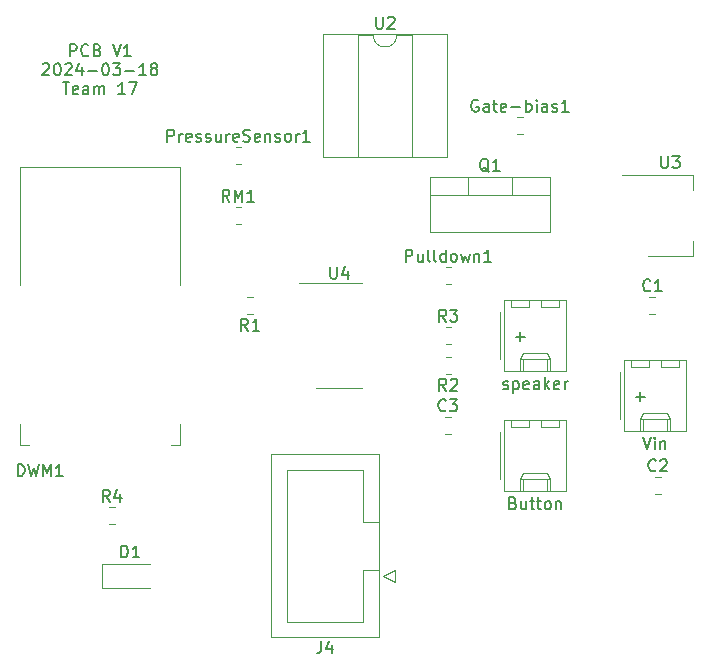
<source format=gto>
G04 #@! TF.GenerationSoftware,KiCad,Pcbnew,7.0.10*
G04 #@! TF.CreationDate,2024-03-19T19:49:00-05:00*
G04 #@! TF.ProjectId,key,6b65792e-6b69-4636-9164-5f7063625858,rev?*
G04 #@! TF.SameCoordinates,Original*
G04 #@! TF.FileFunction,Legend,Top*
G04 #@! TF.FilePolarity,Positive*
%FSLAX46Y46*%
G04 Gerber Fmt 4.6, Leading zero omitted, Abs format (unit mm)*
G04 Created by KiCad (PCBNEW 7.0.10) date 2024-03-19 19:49:00*
%MOMM*%
%LPD*%
G01*
G04 APERTURE LIST*
%ADD10C,0.150000*%
%ADD11C,0.120000*%
G04 APERTURE END LIST*
D10*
X106672381Y-44909819D02*
X106672381Y-43909819D01*
X106672381Y-43909819D02*
X107053333Y-43909819D01*
X107053333Y-43909819D02*
X107148571Y-43957438D01*
X107148571Y-43957438D02*
X107196190Y-44005057D01*
X107196190Y-44005057D02*
X107243809Y-44100295D01*
X107243809Y-44100295D02*
X107243809Y-44243152D01*
X107243809Y-44243152D02*
X107196190Y-44338390D01*
X107196190Y-44338390D02*
X107148571Y-44386009D01*
X107148571Y-44386009D02*
X107053333Y-44433628D01*
X107053333Y-44433628D02*
X106672381Y-44433628D01*
X108243809Y-44814580D02*
X108196190Y-44862200D01*
X108196190Y-44862200D02*
X108053333Y-44909819D01*
X108053333Y-44909819D02*
X107958095Y-44909819D01*
X107958095Y-44909819D02*
X107815238Y-44862200D01*
X107815238Y-44862200D02*
X107720000Y-44766961D01*
X107720000Y-44766961D02*
X107672381Y-44671723D01*
X107672381Y-44671723D02*
X107624762Y-44481247D01*
X107624762Y-44481247D02*
X107624762Y-44338390D01*
X107624762Y-44338390D02*
X107672381Y-44147914D01*
X107672381Y-44147914D02*
X107720000Y-44052676D01*
X107720000Y-44052676D02*
X107815238Y-43957438D01*
X107815238Y-43957438D02*
X107958095Y-43909819D01*
X107958095Y-43909819D02*
X108053333Y-43909819D01*
X108053333Y-43909819D02*
X108196190Y-43957438D01*
X108196190Y-43957438D02*
X108243809Y-44005057D01*
X109005714Y-44386009D02*
X109148571Y-44433628D01*
X109148571Y-44433628D02*
X109196190Y-44481247D01*
X109196190Y-44481247D02*
X109243809Y-44576485D01*
X109243809Y-44576485D02*
X109243809Y-44719342D01*
X109243809Y-44719342D02*
X109196190Y-44814580D01*
X109196190Y-44814580D02*
X109148571Y-44862200D01*
X109148571Y-44862200D02*
X109053333Y-44909819D01*
X109053333Y-44909819D02*
X108672381Y-44909819D01*
X108672381Y-44909819D02*
X108672381Y-43909819D01*
X108672381Y-43909819D02*
X109005714Y-43909819D01*
X109005714Y-43909819D02*
X109100952Y-43957438D01*
X109100952Y-43957438D02*
X109148571Y-44005057D01*
X109148571Y-44005057D02*
X109196190Y-44100295D01*
X109196190Y-44100295D02*
X109196190Y-44195533D01*
X109196190Y-44195533D02*
X109148571Y-44290771D01*
X109148571Y-44290771D02*
X109100952Y-44338390D01*
X109100952Y-44338390D02*
X109005714Y-44386009D01*
X109005714Y-44386009D02*
X108672381Y-44386009D01*
X110291429Y-43909819D02*
X110624762Y-44909819D01*
X110624762Y-44909819D02*
X110958095Y-43909819D01*
X111815238Y-44909819D02*
X111243810Y-44909819D01*
X111529524Y-44909819D02*
X111529524Y-43909819D01*
X111529524Y-43909819D02*
X111434286Y-44052676D01*
X111434286Y-44052676D02*
X111339048Y-44147914D01*
X111339048Y-44147914D02*
X111243810Y-44195533D01*
X104362857Y-45615057D02*
X104410476Y-45567438D01*
X104410476Y-45567438D02*
X104505714Y-45519819D01*
X104505714Y-45519819D02*
X104743809Y-45519819D01*
X104743809Y-45519819D02*
X104839047Y-45567438D01*
X104839047Y-45567438D02*
X104886666Y-45615057D01*
X104886666Y-45615057D02*
X104934285Y-45710295D01*
X104934285Y-45710295D02*
X104934285Y-45805533D01*
X104934285Y-45805533D02*
X104886666Y-45948390D01*
X104886666Y-45948390D02*
X104315238Y-46519819D01*
X104315238Y-46519819D02*
X104934285Y-46519819D01*
X105553333Y-45519819D02*
X105648571Y-45519819D01*
X105648571Y-45519819D02*
X105743809Y-45567438D01*
X105743809Y-45567438D02*
X105791428Y-45615057D01*
X105791428Y-45615057D02*
X105839047Y-45710295D01*
X105839047Y-45710295D02*
X105886666Y-45900771D01*
X105886666Y-45900771D02*
X105886666Y-46138866D01*
X105886666Y-46138866D02*
X105839047Y-46329342D01*
X105839047Y-46329342D02*
X105791428Y-46424580D01*
X105791428Y-46424580D02*
X105743809Y-46472200D01*
X105743809Y-46472200D02*
X105648571Y-46519819D01*
X105648571Y-46519819D02*
X105553333Y-46519819D01*
X105553333Y-46519819D02*
X105458095Y-46472200D01*
X105458095Y-46472200D02*
X105410476Y-46424580D01*
X105410476Y-46424580D02*
X105362857Y-46329342D01*
X105362857Y-46329342D02*
X105315238Y-46138866D01*
X105315238Y-46138866D02*
X105315238Y-45900771D01*
X105315238Y-45900771D02*
X105362857Y-45710295D01*
X105362857Y-45710295D02*
X105410476Y-45615057D01*
X105410476Y-45615057D02*
X105458095Y-45567438D01*
X105458095Y-45567438D02*
X105553333Y-45519819D01*
X106267619Y-45615057D02*
X106315238Y-45567438D01*
X106315238Y-45567438D02*
X106410476Y-45519819D01*
X106410476Y-45519819D02*
X106648571Y-45519819D01*
X106648571Y-45519819D02*
X106743809Y-45567438D01*
X106743809Y-45567438D02*
X106791428Y-45615057D01*
X106791428Y-45615057D02*
X106839047Y-45710295D01*
X106839047Y-45710295D02*
X106839047Y-45805533D01*
X106839047Y-45805533D02*
X106791428Y-45948390D01*
X106791428Y-45948390D02*
X106220000Y-46519819D01*
X106220000Y-46519819D02*
X106839047Y-46519819D01*
X107696190Y-45853152D02*
X107696190Y-46519819D01*
X107458095Y-45472200D02*
X107220000Y-46186485D01*
X107220000Y-46186485D02*
X107839047Y-46186485D01*
X108220000Y-46138866D02*
X108981905Y-46138866D01*
X109648571Y-45519819D02*
X109743809Y-45519819D01*
X109743809Y-45519819D02*
X109839047Y-45567438D01*
X109839047Y-45567438D02*
X109886666Y-45615057D01*
X109886666Y-45615057D02*
X109934285Y-45710295D01*
X109934285Y-45710295D02*
X109981904Y-45900771D01*
X109981904Y-45900771D02*
X109981904Y-46138866D01*
X109981904Y-46138866D02*
X109934285Y-46329342D01*
X109934285Y-46329342D02*
X109886666Y-46424580D01*
X109886666Y-46424580D02*
X109839047Y-46472200D01*
X109839047Y-46472200D02*
X109743809Y-46519819D01*
X109743809Y-46519819D02*
X109648571Y-46519819D01*
X109648571Y-46519819D02*
X109553333Y-46472200D01*
X109553333Y-46472200D02*
X109505714Y-46424580D01*
X109505714Y-46424580D02*
X109458095Y-46329342D01*
X109458095Y-46329342D02*
X109410476Y-46138866D01*
X109410476Y-46138866D02*
X109410476Y-45900771D01*
X109410476Y-45900771D02*
X109458095Y-45710295D01*
X109458095Y-45710295D02*
X109505714Y-45615057D01*
X109505714Y-45615057D02*
X109553333Y-45567438D01*
X109553333Y-45567438D02*
X109648571Y-45519819D01*
X110315238Y-45519819D02*
X110934285Y-45519819D01*
X110934285Y-45519819D02*
X110600952Y-45900771D01*
X110600952Y-45900771D02*
X110743809Y-45900771D01*
X110743809Y-45900771D02*
X110839047Y-45948390D01*
X110839047Y-45948390D02*
X110886666Y-45996009D01*
X110886666Y-45996009D02*
X110934285Y-46091247D01*
X110934285Y-46091247D02*
X110934285Y-46329342D01*
X110934285Y-46329342D02*
X110886666Y-46424580D01*
X110886666Y-46424580D02*
X110839047Y-46472200D01*
X110839047Y-46472200D02*
X110743809Y-46519819D01*
X110743809Y-46519819D02*
X110458095Y-46519819D01*
X110458095Y-46519819D02*
X110362857Y-46472200D01*
X110362857Y-46472200D02*
X110315238Y-46424580D01*
X111362857Y-46138866D02*
X112124762Y-46138866D01*
X113124761Y-46519819D02*
X112553333Y-46519819D01*
X112839047Y-46519819D02*
X112839047Y-45519819D01*
X112839047Y-45519819D02*
X112743809Y-45662676D01*
X112743809Y-45662676D02*
X112648571Y-45757914D01*
X112648571Y-45757914D02*
X112553333Y-45805533D01*
X113696190Y-45948390D02*
X113600952Y-45900771D01*
X113600952Y-45900771D02*
X113553333Y-45853152D01*
X113553333Y-45853152D02*
X113505714Y-45757914D01*
X113505714Y-45757914D02*
X113505714Y-45710295D01*
X113505714Y-45710295D02*
X113553333Y-45615057D01*
X113553333Y-45615057D02*
X113600952Y-45567438D01*
X113600952Y-45567438D02*
X113696190Y-45519819D01*
X113696190Y-45519819D02*
X113886666Y-45519819D01*
X113886666Y-45519819D02*
X113981904Y-45567438D01*
X113981904Y-45567438D02*
X114029523Y-45615057D01*
X114029523Y-45615057D02*
X114077142Y-45710295D01*
X114077142Y-45710295D02*
X114077142Y-45757914D01*
X114077142Y-45757914D02*
X114029523Y-45853152D01*
X114029523Y-45853152D02*
X113981904Y-45900771D01*
X113981904Y-45900771D02*
X113886666Y-45948390D01*
X113886666Y-45948390D02*
X113696190Y-45948390D01*
X113696190Y-45948390D02*
X113600952Y-45996009D01*
X113600952Y-45996009D02*
X113553333Y-46043628D01*
X113553333Y-46043628D02*
X113505714Y-46138866D01*
X113505714Y-46138866D02*
X113505714Y-46329342D01*
X113505714Y-46329342D02*
X113553333Y-46424580D01*
X113553333Y-46424580D02*
X113600952Y-46472200D01*
X113600952Y-46472200D02*
X113696190Y-46519819D01*
X113696190Y-46519819D02*
X113886666Y-46519819D01*
X113886666Y-46519819D02*
X113981904Y-46472200D01*
X113981904Y-46472200D02*
X114029523Y-46424580D01*
X114029523Y-46424580D02*
X114077142Y-46329342D01*
X114077142Y-46329342D02*
X114077142Y-46138866D01*
X114077142Y-46138866D02*
X114029523Y-46043628D01*
X114029523Y-46043628D02*
X113981904Y-45996009D01*
X113981904Y-45996009D02*
X113886666Y-45948390D01*
X106053333Y-47129819D02*
X106624761Y-47129819D01*
X106339047Y-48129819D02*
X106339047Y-47129819D01*
X107339047Y-48082200D02*
X107243809Y-48129819D01*
X107243809Y-48129819D02*
X107053333Y-48129819D01*
X107053333Y-48129819D02*
X106958095Y-48082200D01*
X106958095Y-48082200D02*
X106910476Y-47986961D01*
X106910476Y-47986961D02*
X106910476Y-47606009D01*
X106910476Y-47606009D02*
X106958095Y-47510771D01*
X106958095Y-47510771D02*
X107053333Y-47463152D01*
X107053333Y-47463152D02*
X107243809Y-47463152D01*
X107243809Y-47463152D02*
X107339047Y-47510771D01*
X107339047Y-47510771D02*
X107386666Y-47606009D01*
X107386666Y-47606009D02*
X107386666Y-47701247D01*
X107386666Y-47701247D02*
X106910476Y-47796485D01*
X108243809Y-48129819D02*
X108243809Y-47606009D01*
X108243809Y-47606009D02*
X108196190Y-47510771D01*
X108196190Y-47510771D02*
X108100952Y-47463152D01*
X108100952Y-47463152D02*
X107910476Y-47463152D01*
X107910476Y-47463152D02*
X107815238Y-47510771D01*
X108243809Y-48082200D02*
X108148571Y-48129819D01*
X108148571Y-48129819D02*
X107910476Y-48129819D01*
X107910476Y-48129819D02*
X107815238Y-48082200D01*
X107815238Y-48082200D02*
X107767619Y-47986961D01*
X107767619Y-47986961D02*
X107767619Y-47891723D01*
X107767619Y-47891723D02*
X107815238Y-47796485D01*
X107815238Y-47796485D02*
X107910476Y-47748866D01*
X107910476Y-47748866D02*
X108148571Y-47748866D01*
X108148571Y-47748866D02*
X108243809Y-47701247D01*
X108720000Y-48129819D02*
X108720000Y-47463152D01*
X108720000Y-47558390D02*
X108767619Y-47510771D01*
X108767619Y-47510771D02*
X108862857Y-47463152D01*
X108862857Y-47463152D02*
X109005714Y-47463152D01*
X109005714Y-47463152D02*
X109100952Y-47510771D01*
X109100952Y-47510771D02*
X109148571Y-47606009D01*
X109148571Y-47606009D02*
X109148571Y-48129819D01*
X109148571Y-47606009D02*
X109196190Y-47510771D01*
X109196190Y-47510771D02*
X109291428Y-47463152D01*
X109291428Y-47463152D02*
X109434285Y-47463152D01*
X109434285Y-47463152D02*
X109529524Y-47510771D01*
X109529524Y-47510771D02*
X109577143Y-47606009D01*
X109577143Y-47606009D02*
X109577143Y-48129819D01*
X111339047Y-48129819D02*
X110767619Y-48129819D01*
X111053333Y-48129819D02*
X111053333Y-47129819D01*
X111053333Y-47129819D02*
X110958095Y-47272676D01*
X110958095Y-47272676D02*
X110862857Y-47367914D01*
X110862857Y-47367914D02*
X110767619Y-47415533D01*
X111672381Y-47129819D02*
X112339047Y-47129819D01*
X112339047Y-47129819D02*
X111910476Y-48129819D01*
X144192856Y-82751009D02*
X144335713Y-82798628D01*
X144335713Y-82798628D02*
X144383332Y-82846247D01*
X144383332Y-82846247D02*
X144430951Y-82941485D01*
X144430951Y-82941485D02*
X144430951Y-83084342D01*
X144430951Y-83084342D02*
X144383332Y-83179580D01*
X144383332Y-83179580D02*
X144335713Y-83227200D01*
X144335713Y-83227200D02*
X144240475Y-83274819D01*
X144240475Y-83274819D02*
X143859523Y-83274819D01*
X143859523Y-83274819D02*
X143859523Y-82274819D01*
X143859523Y-82274819D02*
X144192856Y-82274819D01*
X144192856Y-82274819D02*
X144288094Y-82322438D01*
X144288094Y-82322438D02*
X144335713Y-82370057D01*
X144335713Y-82370057D02*
X144383332Y-82465295D01*
X144383332Y-82465295D02*
X144383332Y-82560533D01*
X144383332Y-82560533D02*
X144335713Y-82655771D01*
X144335713Y-82655771D02*
X144288094Y-82703390D01*
X144288094Y-82703390D02*
X144192856Y-82751009D01*
X144192856Y-82751009D02*
X143859523Y-82751009D01*
X145288094Y-82608152D02*
X145288094Y-83274819D01*
X144859523Y-82608152D02*
X144859523Y-83131961D01*
X144859523Y-83131961D02*
X144907142Y-83227200D01*
X144907142Y-83227200D02*
X145002380Y-83274819D01*
X145002380Y-83274819D02*
X145145237Y-83274819D01*
X145145237Y-83274819D02*
X145240475Y-83227200D01*
X145240475Y-83227200D02*
X145288094Y-83179580D01*
X145621428Y-82608152D02*
X146002380Y-82608152D01*
X145764285Y-82274819D02*
X145764285Y-83131961D01*
X145764285Y-83131961D02*
X145811904Y-83227200D01*
X145811904Y-83227200D02*
X145907142Y-83274819D01*
X145907142Y-83274819D02*
X146002380Y-83274819D01*
X146192857Y-82608152D02*
X146573809Y-82608152D01*
X146335714Y-82274819D02*
X146335714Y-83131961D01*
X146335714Y-83131961D02*
X146383333Y-83227200D01*
X146383333Y-83227200D02*
X146478571Y-83274819D01*
X146478571Y-83274819D02*
X146573809Y-83274819D01*
X147050000Y-83274819D02*
X146954762Y-83227200D01*
X146954762Y-83227200D02*
X146907143Y-83179580D01*
X146907143Y-83179580D02*
X146859524Y-83084342D01*
X146859524Y-83084342D02*
X146859524Y-82798628D01*
X146859524Y-82798628D02*
X146907143Y-82703390D01*
X146907143Y-82703390D02*
X146954762Y-82655771D01*
X146954762Y-82655771D02*
X147050000Y-82608152D01*
X147050000Y-82608152D02*
X147192857Y-82608152D01*
X147192857Y-82608152D02*
X147288095Y-82655771D01*
X147288095Y-82655771D02*
X147335714Y-82703390D01*
X147335714Y-82703390D02*
X147383333Y-82798628D01*
X147383333Y-82798628D02*
X147383333Y-83084342D01*
X147383333Y-83084342D02*
X147335714Y-83179580D01*
X147335714Y-83179580D02*
X147288095Y-83227200D01*
X147288095Y-83227200D02*
X147192857Y-83274819D01*
X147192857Y-83274819D02*
X147050000Y-83274819D01*
X147811905Y-82608152D02*
X147811905Y-83274819D01*
X147811905Y-82703390D02*
X147859524Y-82655771D01*
X147859524Y-82655771D02*
X147954762Y-82608152D01*
X147954762Y-82608152D02*
X148097619Y-82608152D01*
X148097619Y-82608152D02*
X148192857Y-82655771D01*
X148192857Y-82655771D02*
X148240476Y-82751009D01*
X148240476Y-82751009D02*
X148240476Y-83274819D01*
X143359523Y-73067200D02*
X143454761Y-73114819D01*
X143454761Y-73114819D02*
X143645237Y-73114819D01*
X143645237Y-73114819D02*
X143740475Y-73067200D01*
X143740475Y-73067200D02*
X143788094Y-72971961D01*
X143788094Y-72971961D02*
X143788094Y-72924342D01*
X143788094Y-72924342D02*
X143740475Y-72829104D01*
X143740475Y-72829104D02*
X143645237Y-72781485D01*
X143645237Y-72781485D02*
X143502380Y-72781485D01*
X143502380Y-72781485D02*
X143407142Y-72733866D01*
X143407142Y-72733866D02*
X143359523Y-72638628D01*
X143359523Y-72638628D02*
X143359523Y-72591009D01*
X143359523Y-72591009D02*
X143407142Y-72495771D01*
X143407142Y-72495771D02*
X143502380Y-72448152D01*
X143502380Y-72448152D02*
X143645237Y-72448152D01*
X143645237Y-72448152D02*
X143740475Y-72495771D01*
X144216666Y-72448152D02*
X144216666Y-73448152D01*
X144216666Y-72495771D02*
X144311904Y-72448152D01*
X144311904Y-72448152D02*
X144502380Y-72448152D01*
X144502380Y-72448152D02*
X144597618Y-72495771D01*
X144597618Y-72495771D02*
X144645237Y-72543390D01*
X144645237Y-72543390D02*
X144692856Y-72638628D01*
X144692856Y-72638628D02*
X144692856Y-72924342D01*
X144692856Y-72924342D02*
X144645237Y-73019580D01*
X144645237Y-73019580D02*
X144597618Y-73067200D01*
X144597618Y-73067200D02*
X144502380Y-73114819D01*
X144502380Y-73114819D02*
X144311904Y-73114819D01*
X144311904Y-73114819D02*
X144216666Y-73067200D01*
X145502380Y-73067200D02*
X145407142Y-73114819D01*
X145407142Y-73114819D02*
X145216666Y-73114819D01*
X145216666Y-73114819D02*
X145121428Y-73067200D01*
X145121428Y-73067200D02*
X145073809Y-72971961D01*
X145073809Y-72971961D02*
X145073809Y-72591009D01*
X145073809Y-72591009D02*
X145121428Y-72495771D01*
X145121428Y-72495771D02*
X145216666Y-72448152D01*
X145216666Y-72448152D02*
X145407142Y-72448152D01*
X145407142Y-72448152D02*
X145502380Y-72495771D01*
X145502380Y-72495771D02*
X145549999Y-72591009D01*
X145549999Y-72591009D02*
X145549999Y-72686247D01*
X145549999Y-72686247D02*
X145073809Y-72781485D01*
X146407142Y-73114819D02*
X146407142Y-72591009D01*
X146407142Y-72591009D02*
X146359523Y-72495771D01*
X146359523Y-72495771D02*
X146264285Y-72448152D01*
X146264285Y-72448152D02*
X146073809Y-72448152D01*
X146073809Y-72448152D02*
X145978571Y-72495771D01*
X146407142Y-73067200D02*
X146311904Y-73114819D01*
X146311904Y-73114819D02*
X146073809Y-73114819D01*
X146073809Y-73114819D02*
X145978571Y-73067200D01*
X145978571Y-73067200D02*
X145930952Y-72971961D01*
X145930952Y-72971961D02*
X145930952Y-72876723D01*
X145930952Y-72876723D02*
X145978571Y-72781485D01*
X145978571Y-72781485D02*
X146073809Y-72733866D01*
X146073809Y-72733866D02*
X146311904Y-72733866D01*
X146311904Y-72733866D02*
X146407142Y-72686247D01*
X146883333Y-73114819D02*
X146883333Y-72114819D01*
X146978571Y-72733866D02*
X147264285Y-73114819D01*
X147264285Y-72448152D02*
X146883333Y-72829104D01*
X148073809Y-73067200D02*
X147978571Y-73114819D01*
X147978571Y-73114819D02*
X147788095Y-73114819D01*
X147788095Y-73114819D02*
X147692857Y-73067200D01*
X147692857Y-73067200D02*
X147645238Y-72971961D01*
X147645238Y-72971961D02*
X147645238Y-72591009D01*
X147645238Y-72591009D02*
X147692857Y-72495771D01*
X147692857Y-72495771D02*
X147788095Y-72448152D01*
X147788095Y-72448152D02*
X147978571Y-72448152D01*
X147978571Y-72448152D02*
X148073809Y-72495771D01*
X148073809Y-72495771D02*
X148121428Y-72591009D01*
X148121428Y-72591009D02*
X148121428Y-72686247D01*
X148121428Y-72686247D02*
X147645238Y-72781485D01*
X148550000Y-73114819D02*
X148550000Y-72448152D01*
X148550000Y-72638628D02*
X148597619Y-72543390D01*
X148597619Y-72543390D02*
X148645238Y-72495771D01*
X148645238Y-72495771D02*
X148740476Y-72448152D01*
X148740476Y-72448152D02*
X148835714Y-72448152D01*
X144399048Y-68653866D02*
X145160953Y-68653866D01*
X144399048Y-68653866D02*
X145160953Y-68653866D01*
X144780000Y-69034819D02*
X144780000Y-68272914D01*
X156275833Y-79959580D02*
X156228214Y-80007200D01*
X156228214Y-80007200D02*
X156085357Y-80054819D01*
X156085357Y-80054819D02*
X155990119Y-80054819D01*
X155990119Y-80054819D02*
X155847262Y-80007200D01*
X155847262Y-80007200D02*
X155752024Y-79911961D01*
X155752024Y-79911961D02*
X155704405Y-79816723D01*
X155704405Y-79816723D02*
X155656786Y-79626247D01*
X155656786Y-79626247D02*
X155656786Y-79483390D01*
X155656786Y-79483390D02*
X155704405Y-79292914D01*
X155704405Y-79292914D02*
X155752024Y-79197676D01*
X155752024Y-79197676D02*
X155847262Y-79102438D01*
X155847262Y-79102438D02*
X155990119Y-79054819D01*
X155990119Y-79054819D02*
X156085357Y-79054819D01*
X156085357Y-79054819D02*
X156228214Y-79102438D01*
X156228214Y-79102438D02*
X156275833Y-79150057D01*
X156656786Y-79150057D02*
X156704405Y-79102438D01*
X156704405Y-79102438D02*
X156799643Y-79054819D01*
X156799643Y-79054819D02*
X157037738Y-79054819D01*
X157037738Y-79054819D02*
X157132976Y-79102438D01*
X157132976Y-79102438D02*
X157180595Y-79150057D01*
X157180595Y-79150057D02*
X157228214Y-79245295D01*
X157228214Y-79245295D02*
X157228214Y-79340533D01*
X157228214Y-79340533D02*
X157180595Y-79483390D01*
X157180595Y-79483390D02*
X156609167Y-80054819D01*
X156609167Y-80054819D02*
X157228214Y-80054819D01*
X138533333Y-73224819D02*
X138200000Y-72748628D01*
X137961905Y-73224819D02*
X137961905Y-72224819D01*
X137961905Y-72224819D02*
X138342857Y-72224819D01*
X138342857Y-72224819D02*
X138438095Y-72272438D01*
X138438095Y-72272438D02*
X138485714Y-72320057D01*
X138485714Y-72320057D02*
X138533333Y-72415295D01*
X138533333Y-72415295D02*
X138533333Y-72558152D01*
X138533333Y-72558152D02*
X138485714Y-72653390D01*
X138485714Y-72653390D02*
X138438095Y-72701009D01*
X138438095Y-72701009D02*
X138342857Y-72748628D01*
X138342857Y-72748628D02*
X137961905Y-72748628D01*
X138914286Y-72320057D02*
X138961905Y-72272438D01*
X138961905Y-72272438D02*
X139057143Y-72224819D01*
X139057143Y-72224819D02*
X139295238Y-72224819D01*
X139295238Y-72224819D02*
X139390476Y-72272438D01*
X139390476Y-72272438D02*
X139438095Y-72320057D01*
X139438095Y-72320057D02*
X139485714Y-72415295D01*
X139485714Y-72415295D02*
X139485714Y-72510533D01*
X139485714Y-72510533D02*
X139438095Y-72653390D01*
X139438095Y-72653390D02*
X138866667Y-73224819D01*
X138866667Y-73224819D02*
X139485714Y-73224819D01*
X156718095Y-53374819D02*
X156718095Y-54184342D01*
X156718095Y-54184342D02*
X156765714Y-54279580D01*
X156765714Y-54279580D02*
X156813333Y-54327200D01*
X156813333Y-54327200D02*
X156908571Y-54374819D01*
X156908571Y-54374819D02*
X157099047Y-54374819D01*
X157099047Y-54374819D02*
X157194285Y-54327200D01*
X157194285Y-54327200D02*
X157241904Y-54279580D01*
X157241904Y-54279580D02*
X157289523Y-54184342D01*
X157289523Y-54184342D02*
X157289523Y-53374819D01*
X157670476Y-53374819D02*
X158289523Y-53374819D01*
X158289523Y-53374819D02*
X157956190Y-53755771D01*
X157956190Y-53755771D02*
X158099047Y-53755771D01*
X158099047Y-53755771D02*
X158194285Y-53803390D01*
X158194285Y-53803390D02*
X158241904Y-53851009D01*
X158241904Y-53851009D02*
X158289523Y-53946247D01*
X158289523Y-53946247D02*
X158289523Y-54184342D01*
X158289523Y-54184342D02*
X158241904Y-54279580D01*
X158241904Y-54279580D02*
X158194285Y-54327200D01*
X158194285Y-54327200D02*
X158099047Y-54374819D01*
X158099047Y-54374819D02*
X157813333Y-54374819D01*
X157813333Y-54374819D02*
X157718095Y-54327200D01*
X157718095Y-54327200D02*
X157670476Y-54279580D01*
X142144761Y-54700057D02*
X142049523Y-54652438D01*
X142049523Y-54652438D02*
X141954285Y-54557200D01*
X141954285Y-54557200D02*
X141811428Y-54414342D01*
X141811428Y-54414342D02*
X141716190Y-54366723D01*
X141716190Y-54366723D02*
X141620952Y-54366723D01*
X141668571Y-54604819D02*
X141573333Y-54557200D01*
X141573333Y-54557200D02*
X141478095Y-54461961D01*
X141478095Y-54461961D02*
X141430476Y-54271485D01*
X141430476Y-54271485D02*
X141430476Y-53938152D01*
X141430476Y-53938152D02*
X141478095Y-53747676D01*
X141478095Y-53747676D02*
X141573333Y-53652438D01*
X141573333Y-53652438D02*
X141668571Y-53604819D01*
X141668571Y-53604819D02*
X141859047Y-53604819D01*
X141859047Y-53604819D02*
X141954285Y-53652438D01*
X141954285Y-53652438D02*
X142049523Y-53747676D01*
X142049523Y-53747676D02*
X142097142Y-53938152D01*
X142097142Y-53938152D02*
X142097142Y-54271485D01*
X142097142Y-54271485D02*
X142049523Y-54461961D01*
X142049523Y-54461961D02*
X141954285Y-54557200D01*
X141954285Y-54557200D02*
X141859047Y-54604819D01*
X141859047Y-54604819D02*
X141668571Y-54604819D01*
X143049523Y-54604819D02*
X142478095Y-54604819D01*
X142763809Y-54604819D02*
X142763809Y-53604819D01*
X142763809Y-53604819D02*
X142668571Y-53747676D01*
X142668571Y-53747676D02*
X142573333Y-53842914D01*
X142573333Y-53842914D02*
X142478095Y-53890533D01*
X127936666Y-94454819D02*
X127936666Y-95169104D01*
X127936666Y-95169104D02*
X127889047Y-95311961D01*
X127889047Y-95311961D02*
X127793809Y-95407200D01*
X127793809Y-95407200D02*
X127650952Y-95454819D01*
X127650952Y-95454819D02*
X127555714Y-95454819D01*
X128841428Y-94788152D02*
X128841428Y-95454819D01*
X128603333Y-94407200D02*
X128365238Y-95121485D01*
X128365238Y-95121485D02*
X128984285Y-95121485D01*
X155186191Y-77194819D02*
X155519524Y-78194819D01*
X155519524Y-78194819D02*
X155852857Y-77194819D01*
X156186191Y-78194819D02*
X156186191Y-77528152D01*
X156186191Y-77194819D02*
X156138572Y-77242438D01*
X156138572Y-77242438D02*
X156186191Y-77290057D01*
X156186191Y-77290057D02*
X156233810Y-77242438D01*
X156233810Y-77242438D02*
X156186191Y-77194819D01*
X156186191Y-77194819D02*
X156186191Y-77290057D01*
X156662381Y-77528152D02*
X156662381Y-78194819D01*
X156662381Y-77623390D02*
X156710000Y-77575771D01*
X156710000Y-77575771D02*
X156805238Y-77528152D01*
X156805238Y-77528152D02*
X156948095Y-77528152D01*
X156948095Y-77528152D02*
X157043333Y-77575771D01*
X157043333Y-77575771D02*
X157090952Y-77671009D01*
X157090952Y-77671009D02*
X157090952Y-78194819D01*
X154559048Y-73733866D02*
X155320953Y-73733866D01*
X154559048Y-73733866D02*
X155320953Y-73733866D01*
X154940000Y-74114819D02*
X154940000Y-73352914D01*
X121753333Y-68144819D02*
X121420000Y-67668628D01*
X121181905Y-68144819D02*
X121181905Y-67144819D01*
X121181905Y-67144819D02*
X121562857Y-67144819D01*
X121562857Y-67144819D02*
X121658095Y-67192438D01*
X121658095Y-67192438D02*
X121705714Y-67240057D01*
X121705714Y-67240057D02*
X121753333Y-67335295D01*
X121753333Y-67335295D02*
X121753333Y-67478152D01*
X121753333Y-67478152D02*
X121705714Y-67573390D01*
X121705714Y-67573390D02*
X121658095Y-67621009D01*
X121658095Y-67621009D02*
X121562857Y-67668628D01*
X121562857Y-67668628D02*
X121181905Y-67668628D01*
X122705714Y-68144819D02*
X122134286Y-68144819D01*
X122420000Y-68144819D02*
X122420000Y-67144819D01*
X122420000Y-67144819D02*
X122324762Y-67287676D01*
X122324762Y-67287676D02*
X122229524Y-67382914D01*
X122229524Y-67382914D02*
X122134286Y-67430533D01*
X110053333Y-82624819D02*
X109720000Y-82148628D01*
X109481905Y-82624819D02*
X109481905Y-81624819D01*
X109481905Y-81624819D02*
X109862857Y-81624819D01*
X109862857Y-81624819D02*
X109958095Y-81672438D01*
X109958095Y-81672438D02*
X110005714Y-81720057D01*
X110005714Y-81720057D02*
X110053333Y-81815295D01*
X110053333Y-81815295D02*
X110053333Y-81958152D01*
X110053333Y-81958152D02*
X110005714Y-82053390D01*
X110005714Y-82053390D02*
X109958095Y-82101009D01*
X109958095Y-82101009D02*
X109862857Y-82148628D01*
X109862857Y-82148628D02*
X109481905Y-82148628D01*
X110910476Y-81958152D02*
X110910476Y-82624819D01*
X110672381Y-81577200D02*
X110434286Y-82291485D01*
X110434286Y-82291485D02*
X111053333Y-82291485D01*
X132588095Y-41584819D02*
X132588095Y-42394342D01*
X132588095Y-42394342D02*
X132635714Y-42489580D01*
X132635714Y-42489580D02*
X132683333Y-42537200D01*
X132683333Y-42537200D02*
X132778571Y-42584819D01*
X132778571Y-42584819D02*
X132969047Y-42584819D01*
X132969047Y-42584819D02*
X133064285Y-42537200D01*
X133064285Y-42537200D02*
X133111904Y-42489580D01*
X133111904Y-42489580D02*
X133159523Y-42394342D01*
X133159523Y-42394342D02*
X133159523Y-41584819D01*
X133588095Y-41680057D02*
X133635714Y-41632438D01*
X133635714Y-41632438D02*
X133730952Y-41584819D01*
X133730952Y-41584819D02*
X133969047Y-41584819D01*
X133969047Y-41584819D02*
X134064285Y-41632438D01*
X134064285Y-41632438D02*
X134111904Y-41680057D01*
X134111904Y-41680057D02*
X134159523Y-41775295D01*
X134159523Y-41775295D02*
X134159523Y-41870533D01*
X134159523Y-41870533D02*
X134111904Y-42013390D01*
X134111904Y-42013390D02*
X133540476Y-42584819D01*
X133540476Y-42584819D02*
X134159523Y-42584819D01*
X102259048Y-80464819D02*
X102259048Y-79464819D01*
X102259048Y-79464819D02*
X102497143Y-79464819D01*
X102497143Y-79464819D02*
X102640000Y-79512438D01*
X102640000Y-79512438D02*
X102735238Y-79607676D01*
X102735238Y-79607676D02*
X102782857Y-79702914D01*
X102782857Y-79702914D02*
X102830476Y-79893390D01*
X102830476Y-79893390D02*
X102830476Y-80036247D01*
X102830476Y-80036247D02*
X102782857Y-80226723D01*
X102782857Y-80226723D02*
X102735238Y-80321961D01*
X102735238Y-80321961D02*
X102640000Y-80417200D01*
X102640000Y-80417200D02*
X102497143Y-80464819D01*
X102497143Y-80464819D02*
X102259048Y-80464819D01*
X103163810Y-79464819D02*
X103401905Y-80464819D01*
X103401905Y-80464819D02*
X103592381Y-79750533D01*
X103592381Y-79750533D02*
X103782857Y-80464819D01*
X103782857Y-80464819D02*
X104020953Y-79464819D01*
X104401905Y-80464819D02*
X104401905Y-79464819D01*
X104401905Y-79464819D02*
X104735238Y-80179104D01*
X104735238Y-80179104D02*
X105068571Y-79464819D01*
X105068571Y-79464819D02*
X105068571Y-80464819D01*
X106068571Y-80464819D02*
X105497143Y-80464819D01*
X105782857Y-80464819D02*
X105782857Y-79464819D01*
X105782857Y-79464819D02*
X105687619Y-79607676D01*
X105687619Y-79607676D02*
X105592381Y-79702914D01*
X105592381Y-79702914D02*
X105497143Y-79750533D01*
X138533333Y-67384819D02*
X138200000Y-66908628D01*
X137961905Y-67384819D02*
X137961905Y-66384819D01*
X137961905Y-66384819D02*
X138342857Y-66384819D01*
X138342857Y-66384819D02*
X138438095Y-66432438D01*
X138438095Y-66432438D02*
X138485714Y-66480057D01*
X138485714Y-66480057D02*
X138533333Y-66575295D01*
X138533333Y-66575295D02*
X138533333Y-66718152D01*
X138533333Y-66718152D02*
X138485714Y-66813390D01*
X138485714Y-66813390D02*
X138438095Y-66861009D01*
X138438095Y-66861009D02*
X138342857Y-66908628D01*
X138342857Y-66908628D02*
X137961905Y-66908628D01*
X138866667Y-66384819D02*
X139485714Y-66384819D01*
X139485714Y-66384819D02*
X139152381Y-66765771D01*
X139152381Y-66765771D02*
X139295238Y-66765771D01*
X139295238Y-66765771D02*
X139390476Y-66813390D01*
X139390476Y-66813390D02*
X139438095Y-66861009D01*
X139438095Y-66861009D02*
X139485714Y-66956247D01*
X139485714Y-66956247D02*
X139485714Y-67194342D01*
X139485714Y-67194342D02*
X139438095Y-67289580D01*
X139438095Y-67289580D02*
X139390476Y-67337200D01*
X139390476Y-67337200D02*
X139295238Y-67384819D01*
X139295238Y-67384819D02*
X139009524Y-67384819D01*
X139009524Y-67384819D02*
X138914286Y-67337200D01*
X138914286Y-67337200D02*
X138866667Y-67289580D01*
X141232380Y-48652438D02*
X141137142Y-48604819D01*
X141137142Y-48604819D02*
X140994285Y-48604819D01*
X140994285Y-48604819D02*
X140851428Y-48652438D01*
X140851428Y-48652438D02*
X140756190Y-48747676D01*
X140756190Y-48747676D02*
X140708571Y-48842914D01*
X140708571Y-48842914D02*
X140660952Y-49033390D01*
X140660952Y-49033390D02*
X140660952Y-49176247D01*
X140660952Y-49176247D02*
X140708571Y-49366723D01*
X140708571Y-49366723D02*
X140756190Y-49461961D01*
X140756190Y-49461961D02*
X140851428Y-49557200D01*
X140851428Y-49557200D02*
X140994285Y-49604819D01*
X140994285Y-49604819D02*
X141089523Y-49604819D01*
X141089523Y-49604819D02*
X141232380Y-49557200D01*
X141232380Y-49557200D02*
X141279999Y-49509580D01*
X141279999Y-49509580D02*
X141279999Y-49176247D01*
X141279999Y-49176247D02*
X141089523Y-49176247D01*
X142137142Y-49604819D02*
X142137142Y-49081009D01*
X142137142Y-49081009D02*
X142089523Y-48985771D01*
X142089523Y-48985771D02*
X141994285Y-48938152D01*
X141994285Y-48938152D02*
X141803809Y-48938152D01*
X141803809Y-48938152D02*
X141708571Y-48985771D01*
X142137142Y-49557200D02*
X142041904Y-49604819D01*
X142041904Y-49604819D02*
X141803809Y-49604819D01*
X141803809Y-49604819D02*
X141708571Y-49557200D01*
X141708571Y-49557200D02*
X141660952Y-49461961D01*
X141660952Y-49461961D02*
X141660952Y-49366723D01*
X141660952Y-49366723D02*
X141708571Y-49271485D01*
X141708571Y-49271485D02*
X141803809Y-49223866D01*
X141803809Y-49223866D02*
X142041904Y-49223866D01*
X142041904Y-49223866D02*
X142137142Y-49176247D01*
X142470476Y-48938152D02*
X142851428Y-48938152D01*
X142613333Y-48604819D02*
X142613333Y-49461961D01*
X142613333Y-49461961D02*
X142660952Y-49557200D01*
X142660952Y-49557200D02*
X142756190Y-49604819D01*
X142756190Y-49604819D02*
X142851428Y-49604819D01*
X143565714Y-49557200D02*
X143470476Y-49604819D01*
X143470476Y-49604819D02*
X143280000Y-49604819D01*
X143280000Y-49604819D02*
X143184762Y-49557200D01*
X143184762Y-49557200D02*
X143137143Y-49461961D01*
X143137143Y-49461961D02*
X143137143Y-49081009D01*
X143137143Y-49081009D02*
X143184762Y-48985771D01*
X143184762Y-48985771D02*
X143280000Y-48938152D01*
X143280000Y-48938152D02*
X143470476Y-48938152D01*
X143470476Y-48938152D02*
X143565714Y-48985771D01*
X143565714Y-48985771D02*
X143613333Y-49081009D01*
X143613333Y-49081009D02*
X143613333Y-49176247D01*
X143613333Y-49176247D02*
X143137143Y-49271485D01*
X144041905Y-49223866D02*
X144803810Y-49223866D01*
X145280000Y-49604819D02*
X145280000Y-48604819D01*
X145280000Y-48985771D02*
X145375238Y-48938152D01*
X145375238Y-48938152D02*
X145565714Y-48938152D01*
X145565714Y-48938152D02*
X145660952Y-48985771D01*
X145660952Y-48985771D02*
X145708571Y-49033390D01*
X145708571Y-49033390D02*
X145756190Y-49128628D01*
X145756190Y-49128628D02*
X145756190Y-49414342D01*
X145756190Y-49414342D02*
X145708571Y-49509580D01*
X145708571Y-49509580D02*
X145660952Y-49557200D01*
X145660952Y-49557200D02*
X145565714Y-49604819D01*
X145565714Y-49604819D02*
X145375238Y-49604819D01*
X145375238Y-49604819D02*
X145280000Y-49557200D01*
X146184762Y-49604819D02*
X146184762Y-48938152D01*
X146184762Y-48604819D02*
X146137143Y-48652438D01*
X146137143Y-48652438D02*
X146184762Y-48700057D01*
X146184762Y-48700057D02*
X146232381Y-48652438D01*
X146232381Y-48652438D02*
X146184762Y-48604819D01*
X146184762Y-48604819D02*
X146184762Y-48700057D01*
X147089523Y-49604819D02*
X147089523Y-49081009D01*
X147089523Y-49081009D02*
X147041904Y-48985771D01*
X147041904Y-48985771D02*
X146946666Y-48938152D01*
X146946666Y-48938152D02*
X146756190Y-48938152D01*
X146756190Y-48938152D02*
X146660952Y-48985771D01*
X147089523Y-49557200D02*
X146994285Y-49604819D01*
X146994285Y-49604819D02*
X146756190Y-49604819D01*
X146756190Y-49604819D02*
X146660952Y-49557200D01*
X146660952Y-49557200D02*
X146613333Y-49461961D01*
X146613333Y-49461961D02*
X146613333Y-49366723D01*
X146613333Y-49366723D02*
X146660952Y-49271485D01*
X146660952Y-49271485D02*
X146756190Y-49223866D01*
X146756190Y-49223866D02*
X146994285Y-49223866D01*
X146994285Y-49223866D02*
X147089523Y-49176247D01*
X147518095Y-49557200D02*
X147613333Y-49604819D01*
X147613333Y-49604819D02*
X147803809Y-49604819D01*
X147803809Y-49604819D02*
X147899047Y-49557200D01*
X147899047Y-49557200D02*
X147946666Y-49461961D01*
X147946666Y-49461961D02*
X147946666Y-49414342D01*
X147946666Y-49414342D02*
X147899047Y-49319104D01*
X147899047Y-49319104D02*
X147803809Y-49271485D01*
X147803809Y-49271485D02*
X147660952Y-49271485D01*
X147660952Y-49271485D02*
X147565714Y-49223866D01*
X147565714Y-49223866D02*
X147518095Y-49128628D01*
X147518095Y-49128628D02*
X147518095Y-49081009D01*
X147518095Y-49081009D02*
X147565714Y-48985771D01*
X147565714Y-48985771D02*
X147660952Y-48938152D01*
X147660952Y-48938152D02*
X147803809Y-48938152D01*
X147803809Y-48938152D02*
X147899047Y-48985771D01*
X148899047Y-49604819D02*
X148327619Y-49604819D01*
X148613333Y-49604819D02*
X148613333Y-48604819D01*
X148613333Y-48604819D02*
X148518095Y-48747676D01*
X148518095Y-48747676D02*
X148422857Y-48842914D01*
X148422857Y-48842914D02*
X148327619Y-48890533D01*
X128713095Y-62754819D02*
X128713095Y-63564342D01*
X128713095Y-63564342D02*
X128760714Y-63659580D01*
X128760714Y-63659580D02*
X128808333Y-63707200D01*
X128808333Y-63707200D02*
X128903571Y-63754819D01*
X128903571Y-63754819D02*
X129094047Y-63754819D01*
X129094047Y-63754819D02*
X129189285Y-63707200D01*
X129189285Y-63707200D02*
X129236904Y-63659580D01*
X129236904Y-63659580D02*
X129284523Y-63564342D01*
X129284523Y-63564342D02*
X129284523Y-62754819D01*
X130189285Y-63088152D02*
X130189285Y-63754819D01*
X129951190Y-62707200D02*
X129713095Y-63421485D01*
X129713095Y-63421485D02*
X130332142Y-63421485D01*
X135104761Y-62304819D02*
X135104761Y-61304819D01*
X135104761Y-61304819D02*
X135485713Y-61304819D01*
X135485713Y-61304819D02*
X135580951Y-61352438D01*
X135580951Y-61352438D02*
X135628570Y-61400057D01*
X135628570Y-61400057D02*
X135676189Y-61495295D01*
X135676189Y-61495295D02*
X135676189Y-61638152D01*
X135676189Y-61638152D02*
X135628570Y-61733390D01*
X135628570Y-61733390D02*
X135580951Y-61781009D01*
X135580951Y-61781009D02*
X135485713Y-61828628D01*
X135485713Y-61828628D02*
X135104761Y-61828628D01*
X136533332Y-61638152D02*
X136533332Y-62304819D01*
X136104761Y-61638152D02*
X136104761Y-62161961D01*
X136104761Y-62161961D02*
X136152380Y-62257200D01*
X136152380Y-62257200D02*
X136247618Y-62304819D01*
X136247618Y-62304819D02*
X136390475Y-62304819D01*
X136390475Y-62304819D02*
X136485713Y-62257200D01*
X136485713Y-62257200D02*
X136533332Y-62209580D01*
X137152380Y-62304819D02*
X137057142Y-62257200D01*
X137057142Y-62257200D02*
X137009523Y-62161961D01*
X137009523Y-62161961D02*
X137009523Y-61304819D01*
X137676190Y-62304819D02*
X137580952Y-62257200D01*
X137580952Y-62257200D02*
X137533333Y-62161961D01*
X137533333Y-62161961D02*
X137533333Y-61304819D01*
X138485714Y-62304819D02*
X138485714Y-61304819D01*
X138485714Y-62257200D02*
X138390476Y-62304819D01*
X138390476Y-62304819D02*
X138200000Y-62304819D01*
X138200000Y-62304819D02*
X138104762Y-62257200D01*
X138104762Y-62257200D02*
X138057143Y-62209580D01*
X138057143Y-62209580D02*
X138009524Y-62114342D01*
X138009524Y-62114342D02*
X138009524Y-61828628D01*
X138009524Y-61828628D02*
X138057143Y-61733390D01*
X138057143Y-61733390D02*
X138104762Y-61685771D01*
X138104762Y-61685771D02*
X138200000Y-61638152D01*
X138200000Y-61638152D02*
X138390476Y-61638152D01*
X138390476Y-61638152D02*
X138485714Y-61685771D01*
X139104762Y-62304819D02*
X139009524Y-62257200D01*
X139009524Y-62257200D02*
X138961905Y-62209580D01*
X138961905Y-62209580D02*
X138914286Y-62114342D01*
X138914286Y-62114342D02*
X138914286Y-61828628D01*
X138914286Y-61828628D02*
X138961905Y-61733390D01*
X138961905Y-61733390D02*
X139009524Y-61685771D01*
X139009524Y-61685771D02*
X139104762Y-61638152D01*
X139104762Y-61638152D02*
X139247619Y-61638152D01*
X139247619Y-61638152D02*
X139342857Y-61685771D01*
X139342857Y-61685771D02*
X139390476Y-61733390D01*
X139390476Y-61733390D02*
X139438095Y-61828628D01*
X139438095Y-61828628D02*
X139438095Y-62114342D01*
X139438095Y-62114342D02*
X139390476Y-62209580D01*
X139390476Y-62209580D02*
X139342857Y-62257200D01*
X139342857Y-62257200D02*
X139247619Y-62304819D01*
X139247619Y-62304819D02*
X139104762Y-62304819D01*
X139771429Y-61638152D02*
X139961905Y-62304819D01*
X139961905Y-62304819D02*
X140152381Y-61828628D01*
X140152381Y-61828628D02*
X140342857Y-62304819D01*
X140342857Y-62304819D02*
X140533333Y-61638152D01*
X140914286Y-61638152D02*
X140914286Y-62304819D01*
X140914286Y-61733390D02*
X140961905Y-61685771D01*
X140961905Y-61685771D02*
X141057143Y-61638152D01*
X141057143Y-61638152D02*
X141200000Y-61638152D01*
X141200000Y-61638152D02*
X141295238Y-61685771D01*
X141295238Y-61685771D02*
X141342857Y-61781009D01*
X141342857Y-61781009D02*
X141342857Y-62304819D01*
X142342857Y-62304819D02*
X141771429Y-62304819D01*
X142057143Y-62304819D02*
X142057143Y-61304819D01*
X142057143Y-61304819D02*
X141961905Y-61447676D01*
X141961905Y-61447676D02*
X141866667Y-61542914D01*
X141866667Y-61542914D02*
X141771429Y-61590533D01*
X155810833Y-64719580D02*
X155763214Y-64767200D01*
X155763214Y-64767200D02*
X155620357Y-64814819D01*
X155620357Y-64814819D02*
X155525119Y-64814819D01*
X155525119Y-64814819D02*
X155382262Y-64767200D01*
X155382262Y-64767200D02*
X155287024Y-64671961D01*
X155287024Y-64671961D02*
X155239405Y-64576723D01*
X155239405Y-64576723D02*
X155191786Y-64386247D01*
X155191786Y-64386247D02*
X155191786Y-64243390D01*
X155191786Y-64243390D02*
X155239405Y-64052914D01*
X155239405Y-64052914D02*
X155287024Y-63957676D01*
X155287024Y-63957676D02*
X155382262Y-63862438D01*
X155382262Y-63862438D02*
X155525119Y-63814819D01*
X155525119Y-63814819D02*
X155620357Y-63814819D01*
X155620357Y-63814819D02*
X155763214Y-63862438D01*
X155763214Y-63862438D02*
X155810833Y-63910057D01*
X156763214Y-64814819D02*
X156191786Y-64814819D01*
X156477500Y-64814819D02*
X156477500Y-63814819D01*
X156477500Y-63814819D02*
X156382262Y-63957676D01*
X156382262Y-63957676D02*
X156287024Y-64052914D01*
X156287024Y-64052914D02*
X156191786Y-64100533D01*
X138495833Y-74879580D02*
X138448214Y-74927200D01*
X138448214Y-74927200D02*
X138305357Y-74974819D01*
X138305357Y-74974819D02*
X138210119Y-74974819D01*
X138210119Y-74974819D02*
X138067262Y-74927200D01*
X138067262Y-74927200D02*
X137972024Y-74831961D01*
X137972024Y-74831961D02*
X137924405Y-74736723D01*
X137924405Y-74736723D02*
X137876786Y-74546247D01*
X137876786Y-74546247D02*
X137876786Y-74403390D01*
X137876786Y-74403390D02*
X137924405Y-74212914D01*
X137924405Y-74212914D02*
X137972024Y-74117676D01*
X137972024Y-74117676D02*
X138067262Y-74022438D01*
X138067262Y-74022438D02*
X138210119Y-73974819D01*
X138210119Y-73974819D02*
X138305357Y-73974819D01*
X138305357Y-73974819D02*
X138448214Y-74022438D01*
X138448214Y-74022438D02*
X138495833Y-74070057D01*
X138829167Y-73974819D02*
X139448214Y-73974819D01*
X139448214Y-73974819D02*
X139114881Y-74355771D01*
X139114881Y-74355771D02*
X139257738Y-74355771D01*
X139257738Y-74355771D02*
X139352976Y-74403390D01*
X139352976Y-74403390D02*
X139400595Y-74451009D01*
X139400595Y-74451009D02*
X139448214Y-74546247D01*
X139448214Y-74546247D02*
X139448214Y-74784342D01*
X139448214Y-74784342D02*
X139400595Y-74879580D01*
X139400595Y-74879580D02*
X139352976Y-74927200D01*
X139352976Y-74927200D02*
X139257738Y-74974819D01*
X139257738Y-74974819D02*
X138972024Y-74974819D01*
X138972024Y-74974819D02*
X138876786Y-74927200D01*
X138876786Y-74927200D02*
X138829167Y-74879580D01*
X111021905Y-87354819D02*
X111021905Y-86354819D01*
X111021905Y-86354819D02*
X111260000Y-86354819D01*
X111260000Y-86354819D02*
X111402857Y-86402438D01*
X111402857Y-86402438D02*
X111498095Y-86497676D01*
X111498095Y-86497676D02*
X111545714Y-86592914D01*
X111545714Y-86592914D02*
X111593333Y-86783390D01*
X111593333Y-86783390D02*
X111593333Y-86926247D01*
X111593333Y-86926247D02*
X111545714Y-87116723D01*
X111545714Y-87116723D02*
X111498095Y-87211961D01*
X111498095Y-87211961D02*
X111402857Y-87307200D01*
X111402857Y-87307200D02*
X111260000Y-87354819D01*
X111260000Y-87354819D02*
X111021905Y-87354819D01*
X112545714Y-87354819D02*
X111974286Y-87354819D01*
X112260000Y-87354819D02*
X112260000Y-86354819D01*
X112260000Y-86354819D02*
X112164762Y-86497676D01*
X112164762Y-86497676D02*
X112069524Y-86592914D01*
X112069524Y-86592914D02*
X111974286Y-86640533D01*
X114919999Y-52144819D02*
X114919999Y-51144819D01*
X114919999Y-51144819D02*
X115300951Y-51144819D01*
X115300951Y-51144819D02*
X115396189Y-51192438D01*
X115396189Y-51192438D02*
X115443808Y-51240057D01*
X115443808Y-51240057D02*
X115491427Y-51335295D01*
X115491427Y-51335295D02*
X115491427Y-51478152D01*
X115491427Y-51478152D02*
X115443808Y-51573390D01*
X115443808Y-51573390D02*
X115396189Y-51621009D01*
X115396189Y-51621009D02*
X115300951Y-51668628D01*
X115300951Y-51668628D02*
X114919999Y-51668628D01*
X115919999Y-52144819D02*
X115919999Y-51478152D01*
X115919999Y-51668628D02*
X115967618Y-51573390D01*
X115967618Y-51573390D02*
X116015237Y-51525771D01*
X116015237Y-51525771D02*
X116110475Y-51478152D01*
X116110475Y-51478152D02*
X116205713Y-51478152D01*
X116919999Y-52097200D02*
X116824761Y-52144819D01*
X116824761Y-52144819D02*
X116634285Y-52144819D01*
X116634285Y-52144819D02*
X116539047Y-52097200D01*
X116539047Y-52097200D02*
X116491428Y-52001961D01*
X116491428Y-52001961D02*
X116491428Y-51621009D01*
X116491428Y-51621009D02*
X116539047Y-51525771D01*
X116539047Y-51525771D02*
X116634285Y-51478152D01*
X116634285Y-51478152D02*
X116824761Y-51478152D01*
X116824761Y-51478152D02*
X116919999Y-51525771D01*
X116919999Y-51525771D02*
X116967618Y-51621009D01*
X116967618Y-51621009D02*
X116967618Y-51716247D01*
X116967618Y-51716247D02*
X116491428Y-51811485D01*
X117348571Y-52097200D02*
X117443809Y-52144819D01*
X117443809Y-52144819D02*
X117634285Y-52144819D01*
X117634285Y-52144819D02*
X117729523Y-52097200D01*
X117729523Y-52097200D02*
X117777142Y-52001961D01*
X117777142Y-52001961D02*
X117777142Y-51954342D01*
X117777142Y-51954342D02*
X117729523Y-51859104D01*
X117729523Y-51859104D02*
X117634285Y-51811485D01*
X117634285Y-51811485D02*
X117491428Y-51811485D01*
X117491428Y-51811485D02*
X117396190Y-51763866D01*
X117396190Y-51763866D02*
X117348571Y-51668628D01*
X117348571Y-51668628D02*
X117348571Y-51621009D01*
X117348571Y-51621009D02*
X117396190Y-51525771D01*
X117396190Y-51525771D02*
X117491428Y-51478152D01*
X117491428Y-51478152D02*
X117634285Y-51478152D01*
X117634285Y-51478152D02*
X117729523Y-51525771D01*
X118158095Y-52097200D02*
X118253333Y-52144819D01*
X118253333Y-52144819D02*
X118443809Y-52144819D01*
X118443809Y-52144819D02*
X118539047Y-52097200D01*
X118539047Y-52097200D02*
X118586666Y-52001961D01*
X118586666Y-52001961D02*
X118586666Y-51954342D01*
X118586666Y-51954342D02*
X118539047Y-51859104D01*
X118539047Y-51859104D02*
X118443809Y-51811485D01*
X118443809Y-51811485D02*
X118300952Y-51811485D01*
X118300952Y-51811485D02*
X118205714Y-51763866D01*
X118205714Y-51763866D02*
X118158095Y-51668628D01*
X118158095Y-51668628D02*
X118158095Y-51621009D01*
X118158095Y-51621009D02*
X118205714Y-51525771D01*
X118205714Y-51525771D02*
X118300952Y-51478152D01*
X118300952Y-51478152D02*
X118443809Y-51478152D01*
X118443809Y-51478152D02*
X118539047Y-51525771D01*
X119443809Y-51478152D02*
X119443809Y-52144819D01*
X119015238Y-51478152D02*
X119015238Y-52001961D01*
X119015238Y-52001961D02*
X119062857Y-52097200D01*
X119062857Y-52097200D02*
X119158095Y-52144819D01*
X119158095Y-52144819D02*
X119300952Y-52144819D01*
X119300952Y-52144819D02*
X119396190Y-52097200D01*
X119396190Y-52097200D02*
X119443809Y-52049580D01*
X119920000Y-52144819D02*
X119920000Y-51478152D01*
X119920000Y-51668628D02*
X119967619Y-51573390D01*
X119967619Y-51573390D02*
X120015238Y-51525771D01*
X120015238Y-51525771D02*
X120110476Y-51478152D01*
X120110476Y-51478152D02*
X120205714Y-51478152D01*
X120920000Y-52097200D02*
X120824762Y-52144819D01*
X120824762Y-52144819D02*
X120634286Y-52144819D01*
X120634286Y-52144819D02*
X120539048Y-52097200D01*
X120539048Y-52097200D02*
X120491429Y-52001961D01*
X120491429Y-52001961D02*
X120491429Y-51621009D01*
X120491429Y-51621009D02*
X120539048Y-51525771D01*
X120539048Y-51525771D02*
X120634286Y-51478152D01*
X120634286Y-51478152D02*
X120824762Y-51478152D01*
X120824762Y-51478152D02*
X120920000Y-51525771D01*
X120920000Y-51525771D02*
X120967619Y-51621009D01*
X120967619Y-51621009D02*
X120967619Y-51716247D01*
X120967619Y-51716247D02*
X120491429Y-51811485D01*
X121348572Y-52097200D02*
X121491429Y-52144819D01*
X121491429Y-52144819D02*
X121729524Y-52144819D01*
X121729524Y-52144819D02*
X121824762Y-52097200D01*
X121824762Y-52097200D02*
X121872381Y-52049580D01*
X121872381Y-52049580D02*
X121920000Y-51954342D01*
X121920000Y-51954342D02*
X121920000Y-51859104D01*
X121920000Y-51859104D02*
X121872381Y-51763866D01*
X121872381Y-51763866D02*
X121824762Y-51716247D01*
X121824762Y-51716247D02*
X121729524Y-51668628D01*
X121729524Y-51668628D02*
X121539048Y-51621009D01*
X121539048Y-51621009D02*
X121443810Y-51573390D01*
X121443810Y-51573390D02*
X121396191Y-51525771D01*
X121396191Y-51525771D02*
X121348572Y-51430533D01*
X121348572Y-51430533D02*
X121348572Y-51335295D01*
X121348572Y-51335295D02*
X121396191Y-51240057D01*
X121396191Y-51240057D02*
X121443810Y-51192438D01*
X121443810Y-51192438D02*
X121539048Y-51144819D01*
X121539048Y-51144819D02*
X121777143Y-51144819D01*
X121777143Y-51144819D02*
X121920000Y-51192438D01*
X122729524Y-52097200D02*
X122634286Y-52144819D01*
X122634286Y-52144819D02*
X122443810Y-52144819D01*
X122443810Y-52144819D02*
X122348572Y-52097200D01*
X122348572Y-52097200D02*
X122300953Y-52001961D01*
X122300953Y-52001961D02*
X122300953Y-51621009D01*
X122300953Y-51621009D02*
X122348572Y-51525771D01*
X122348572Y-51525771D02*
X122443810Y-51478152D01*
X122443810Y-51478152D02*
X122634286Y-51478152D01*
X122634286Y-51478152D02*
X122729524Y-51525771D01*
X122729524Y-51525771D02*
X122777143Y-51621009D01*
X122777143Y-51621009D02*
X122777143Y-51716247D01*
X122777143Y-51716247D02*
X122300953Y-51811485D01*
X123205715Y-51478152D02*
X123205715Y-52144819D01*
X123205715Y-51573390D02*
X123253334Y-51525771D01*
X123253334Y-51525771D02*
X123348572Y-51478152D01*
X123348572Y-51478152D02*
X123491429Y-51478152D01*
X123491429Y-51478152D02*
X123586667Y-51525771D01*
X123586667Y-51525771D02*
X123634286Y-51621009D01*
X123634286Y-51621009D02*
X123634286Y-52144819D01*
X124062858Y-52097200D02*
X124158096Y-52144819D01*
X124158096Y-52144819D02*
X124348572Y-52144819D01*
X124348572Y-52144819D02*
X124443810Y-52097200D01*
X124443810Y-52097200D02*
X124491429Y-52001961D01*
X124491429Y-52001961D02*
X124491429Y-51954342D01*
X124491429Y-51954342D02*
X124443810Y-51859104D01*
X124443810Y-51859104D02*
X124348572Y-51811485D01*
X124348572Y-51811485D02*
X124205715Y-51811485D01*
X124205715Y-51811485D02*
X124110477Y-51763866D01*
X124110477Y-51763866D02*
X124062858Y-51668628D01*
X124062858Y-51668628D02*
X124062858Y-51621009D01*
X124062858Y-51621009D02*
X124110477Y-51525771D01*
X124110477Y-51525771D02*
X124205715Y-51478152D01*
X124205715Y-51478152D02*
X124348572Y-51478152D01*
X124348572Y-51478152D02*
X124443810Y-51525771D01*
X125062858Y-52144819D02*
X124967620Y-52097200D01*
X124967620Y-52097200D02*
X124920001Y-52049580D01*
X124920001Y-52049580D02*
X124872382Y-51954342D01*
X124872382Y-51954342D02*
X124872382Y-51668628D01*
X124872382Y-51668628D02*
X124920001Y-51573390D01*
X124920001Y-51573390D02*
X124967620Y-51525771D01*
X124967620Y-51525771D02*
X125062858Y-51478152D01*
X125062858Y-51478152D02*
X125205715Y-51478152D01*
X125205715Y-51478152D02*
X125300953Y-51525771D01*
X125300953Y-51525771D02*
X125348572Y-51573390D01*
X125348572Y-51573390D02*
X125396191Y-51668628D01*
X125396191Y-51668628D02*
X125396191Y-51954342D01*
X125396191Y-51954342D02*
X125348572Y-52049580D01*
X125348572Y-52049580D02*
X125300953Y-52097200D01*
X125300953Y-52097200D02*
X125205715Y-52144819D01*
X125205715Y-52144819D02*
X125062858Y-52144819D01*
X125824763Y-52144819D02*
X125824763Y-51478152D01*
X125824763Y-51668628D02*
X125872382Y-51573390D01*
X125872382Y-51573390D02*
X125920001Y-51525771D01*
X125920001Y-51525771D02*
X126015239Y-51478152D01*
X126015239Y-51478152D02*
X126110477Y-51478152D01*
X126967620Y-52144819D02*
X126396192Y-52144819D01*
X126681906Y-52144819D02*
X126681906Y-51144819D01*
X126681906Y-51144819D02*
X126586668Y-51287676D01*
X126586668Y-51287676D02*
X126491430Y-51382914D01*
X126491430Y-51382914D02*
X126396192Y-51430533D01*
X120181904Y-57224819D02*
X119848571Y-56748628D01*
X119610476Y-57224819D02*
X119610476Y-56224819D01*
X119610476Y-56224819D02*
X119991428Y-56224819D01*
X119991428Y-56224819D02*
X120086666Y-56272438D01*
X120086666Y-56272438D02*
X120134285Y-56320057D01*
X120134285Y-56320057D02*
X120181904Y-56415295D01*
X120181904Y-56415295D02*
X120181904Y-56558152D01*
X120181904Y-56558152D02*
X120134285Y-56653390D01*
X120134285Y-56653390D02*
X120086666Y-56701009D01*
X120086666Y-56701009D02*
X119991428Y-56748628D01*
X119991428Y-56748628D02*
X119610476Y-56748628D01*
X120610476Y-57224819D02*
X120610476Y-56224819D01*
X120610476Y-56224819D02*
X120943809Y-56939104D01*
X120943809Y-56939104D02*
X121277142Y-56224819D01*
X121277142Y-56224819D02*
X121277142Y-57224819D01*
X122277142Y-57224819D02*
X121705714Y-57224819D01*
X121991428Y-57224819D02*
X121991428Y-56224819D01*
X121991428Y-56224819D02*
X121896190Y-56367676D01*
X121896190Y-56367676D02*
X121800952Y-56462914D01*
X121800952Y-56462914D02*
X121705714Y-56510533D01*
D11*
X143110000Y-76740000D02*
X143110000Y-80740000D01*
X143400000Y-75710000D02*
X143400000Y-81730000D01*
X143400000Y-81730000D02*
X148700000Y-81730000D01*
X143980000Y-75710000D02*
X143980000Y-76310000D01*
X143980000Y-76310000D02*
X145580000Y-76310000D01*
X144780000Y-80730000D02*
X145030000Y-80200000D01*
X144780000Y-80730000D02*
X147320000Y-80730000D01*
X144780000Y-81730000D02*
X144780000Y-80730000D01*
X145030000Y-80200000D02*
X147070000Y-80200000D01*
X145030000Y-81730000D02*
X145030000Y-80730000D01*
X145580000Y-76310000D02*
X145580000Y-75710000D01*
X146520000Y-75710000D02*
X146520000Y-76310000D01*
X146520000Y-76310000D02*
X148120000Y-76310000D01*
X147070000Y-80200000D02*
X147320000Y-80730000D01*
X147070000Y-81730000D02*
X147070000Y-80730000D01*
X147320000Y-80730000D02*
X147320000Y-81730000D01*
X148120000Y-76310000D02*
X148120000Y-75710000D01*
X148700000Y-75710000D02*
X143400000Y-75710000D01*
X148700000Y-81730000D02*
X148700000Y-75710000D01*
X143110000Y-66580000D02*
X143110000Y-70580000D01*
X143400000Y-65550000D02*
X143400000Y-71570000D01*
X143400000Y-71570000D02*
X148700000Y-71570000D01*
X143980000Y-65550000D02*
X143980000Y-66150000D01*
X143980000Y-66150000D02*
X145580000Y-66150000D01*
X144780000Y-70570000D02*
X145030000Y-70040000D01*
X144780000Y-70570000D02*
X147320000Y-70570000D01*
X144780000Y-71570000D02*
X144780000Y-70570000D01*
X145030000Y-70040000D02*
X147070000Y-70040000D01*
X145030000Y-71570000D02*
X145030000Y-70570000D01*
X145580000Y-66150000D02*
X145580000Y-65550000D01*
X146520000Y-65550000D02*
X146520000Y-66150000D01*
X146520000Y-66150000D02*
X148120000Y-66150000D01*
X147070000Y-70040000D02*
X147320000Y-70570000D01*
X147070000Y-71570000D02*
X147070000Y-70570000D01*
X147320000Y-70570000D02*
X147320000Y-71570000D01*
X148120000Y-66150000D02*
X148120000Y-65550000D01*
X148700000Y-65550000D02*
X143400000Y-65550000D01*
X148700000Y-71570000D02*
X148700000Y-65550000D01*
X156181248Y-80545000D02*
X156703752Y-80545000D01*
X156181248Y-82015000D02*
X156703752Y-82015000D01*
X138927064Y-71855000D02*
X138472936Y-71855000D01*
X138927064Y-70385000D02*
X138472936Y-70385000D01*
X153380000Y-55010000D02*
X159390000Y-55010000D01*
X155630000Y-61830000D02*
X159390000Y-61830000D01*
X159390000Y-55010000D02*
X159390000Y-56270000D01*
X159390000Y-61830000D02*
X159390000Y-60570000D01*
X137120000Y-55150000D02*
X137120000Y-59791000D01*
X137120000Y-55150000D02*
X147360000Y-55150000D01*
X137120000Y-56660000D02*
X147360000Y-56660000D01*
X137120000Y-59791000D02*
X147360000Y-59791000D01*
X140390000Y-55150000D02*
X140390000Y-56660000D01*
X144091000Y-55150000D02*
X144091000Y-56660000D01*
X147360000Y-55150000D02*
X147360000Y-59791000D01*
X134220000Y-89400000D02*
X134220000Y-88400000D01*
X134220000Y-88400000D02*
X133220000Y-88900000D01*
X133220000Y-88900000D02*
X134220000Y-89400000D01*
X132830000Y-94110000D02*
X123710000Y-94110000D01*
X132830000Y-88410000D02*
X131520000Y-88410000D01*
X132830000Y-78610000D02*
X132830000Y-94110000D01*
X131520000Y-92810000D02*
X125020000Y-92810000D01*
X131520000Y-88410000D02*
X131520000Y-92810000D01*
X131520000Y-84310000D02*
X132830000Y-84310000D01*
X131520000Y-84310000D02*
X131520000Y-84310000D01*
X131520000Y-79910000D02*
X131520000Y-84310000D01*
X125020000Y-92810000D02*
X125020000Y-79910000D01*
X125020000Y-79910000D02*
X131520000Y-79910000D01*
X123710000Y-94110000D02*
X123710000Y-78610000D01*
X123710000Y-78610000D02*
X132830000Y-78610000D01*
X153270000Y-71660000D02*
X153270000Y-75660000D01*
X153560000Y-70630000D02*
X153560000Y-76650000D01*
X153560000Y-76650000D02*
X158860000Y-76650000D01*
X154140000Y-70630000D02*
X154140000Y-71230000D01*
X154140000Y-71230000D02*
X155740000Y-71230000D01*
X154940000Y-75650000D02*
X155190000Y-75120000D01*
X154940000Y-75650000D02*
X157480000Y-75650000D01*
X154940000Y-76650000D02*
X154940000Y-75650000D01*
X155190000Y-75120000D02*
X157230000Y-75120000D01*
X155190000Y-76650000D02*
X155190000Y-75650000D01*
X155740000Y-71230000D02*
X155740000Y-70630000D01*
X156680000Y-70630000D02*
X156680000Y-71230000D01*
X156680000Y-71230000D02*
X158280000Y-71230000D01*
X157230000Y-75120000D02*
X157480000Y-75650000D01*
X157230000Y-76650000D02*
X157230000Y-75650000D01*
X157480000Y-75650000D02*
X157480000Y-76650000D01*
X158280000Y-71230000D02*
X158280000Y-70630000D01*
X158860000Y-70630000D02*
X153560000Y-70630000D01*
X158860000Y-76650000D02*
X158860000Y-70630000D01*
X122147064Y-66775000D02*
X121692936Y-66775000D01*
X122147064Y-65305000D02*
X121692936Y-65305000D01*
X109992936Y-83085000D02*
X110447064Y-83085000D01*
X109992936Y-84555000D02*
X110447064Y-84555000D01*
X128100000Y-43070000D02*
X128100000Y-53470000D01*
X128100000Y-53470000D02*
X138600000Y-53470000D01*
X131100000Y-43130000D02*
X131100000Y-53410000D01*
X131100000Y-53410000D02*
X135600000Y-53410000D01*
X132350000Y-43130000D02*
X131100000Y-43130000D01*
X135600000Y-43130000D02*
X134350000Y-43130000D01*
X135600000Y-53410000D02*
X135600000Y-43130000D01*
X138600000Y-43070000D02*
X128100000Y-43070000D01*
X138600000Y-53470000D02*
X138600000Y-43070000D01*
X132350000Y-43130000D02*
G75*
G03*
X134350000Y-43130000I1000000J0D01*
G01*
X102470000Y-54290000D02*
X102470000Y-64290000D01*
X102470000Y-54290000D02*
X115970000Y-54290000D01*
X102470000Y-77790000D02*
X102470000Y-76040000D01*
X103220000Y-77790000D02*
X102470000Y-77790000D01*
X115220000Y-77790000D02*
X115970000Y-77790000D01*
X115970000Y-54290000D02*
X115970000Y-64290000D01*
X115970000Y-77790000D02*
X115970000Y-76040000D01*
X138472936Y-67845000D02*
X138927064Y-67845000D01*
X138472936Y-69315000D02*
X138927064Y-69315000D01*
X144552936Y-50065000D02*
X145007064Y-50065000D01*
X144552936Y-51535000D02*
X145007064Y-51535000D01*
X129475000Y-64145000D02*
X126025000Y-64145000D01*
X129475000Y-64145000D02*
X131425000Y-64145000D01*
X129475000Y-73015000D02*
X127525000Y-73015000D01*
X129475000Y-73015000D02*
X131425000Y-73015000D01*
X138472936Y-62765000D02*
X138927064Y-62765000D01*
X138472936Y-64235000D02*
X138927064Y-64235000D01*
X155716248Y-65305000D02*
X156238752Y-65305000D01*
X155716248Y-66775000D02*
X156238752Y-66775000D01*
X138401248Y-75465000D02*
X138923752Y-75465000D01*
X138401248Y-76935000D02*
X138923752Y-76935000D01*
X109400000Y-87900000D02*
X109400000Y-89900000D01*
X109400000Y-87900000D02*
X113410000Y-87900000D01*
X109400000Y-89900000D02*
X113410000Y-89900000D01*
X120692936Y-52605000D02*
X121147064Y-52605000D01*
X120692936Y-54075000D02*
X121147064Y-54075000D01*
X120692936Y-57685000D02*
X121147064Y-57685000D01*
X120692936Y-59155000D02*
X121147064Y-59155000D01*
M02*

</source>
